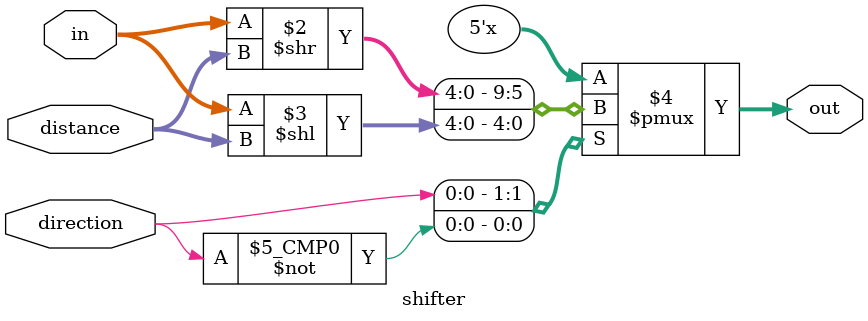
<source format=v>
`timescale 1ns / 1ps
module shifter(
	input [4:0] in,
	input [2:0] distance,
	input direction,
	output reg [4:0] out
    );
	 
	always @* begin
		case(direction)
			1'b1 : out = in >> distance;
			1'b0 : out = in << distance;
		endcase	
	end

endmodule
</source>
